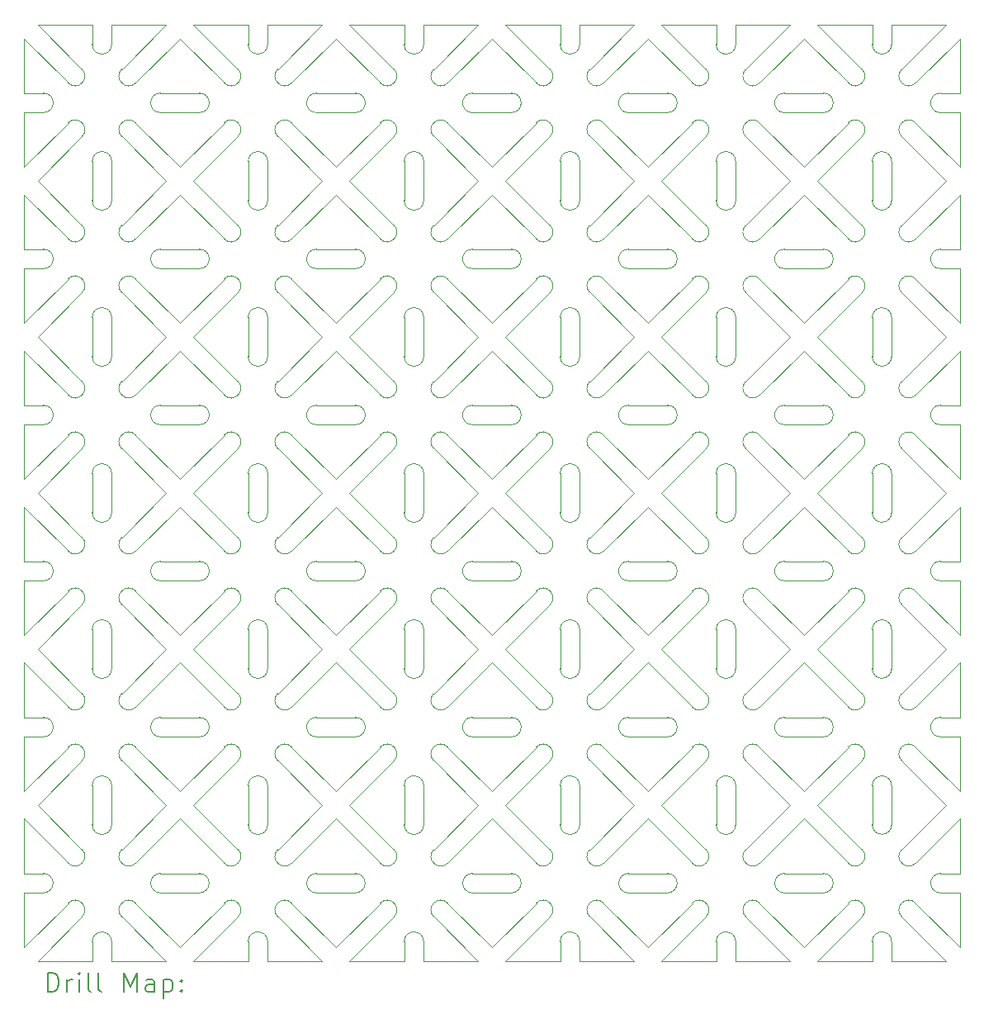
<source format=gbr>
%TF.GenerationSoftware,KiCad,Pcbnew,7.0.2*%
%TF.CreationDate,2023-11-05T16:37:23-05:00*%
%TF.ProjectId,PokerTips,506f6b65-7254-4697-9073-2e6b69636164,rev?*%
%TF.SameCoordinates,Original*%
%TF.FileFunction,Drillmap*%
%TF.FilePolarity,Positive*%
%FSLAX45Y45*%
G04 Gerber Fmt 4.5, Leading zero omitted, Abs format (unit mm)*
G04 Created by KiCad (PCBNEW 7.0.2) date 2023-11-05 16:37:23*
%MOMM*%
%LPD*%
G01*
G04 APERTURE LIST*
%ADD10C,0.100000*%
%ADD11C,0.200000*%
G04 APERTURE END LIST*
D10*
X6300000Y-5600000D02*
X6300000Y-5200000D01*
X7700000Y-5600000D02*
X7700000Y-5200000D01*
X10200000Y-10340000D02*
X10654289Y-10795711D01*
X12600000Y-11500000D02*
G75*
G03*
X12500000Y-11600000I0J-100000D01*
G01*
X11940000Y-10200000D02*
X12395711Y-10654289D01*
X5260000Y-3800000D02*
X4700000Y-3800000D01*
X10340000Y-7000000D02*
X10795711Y-6545711D01*
X12945711Y-8004289D02*
G75*
G03*
X12804289Y-8145711I-70711J-70711D01*
G01*
X9604289Y-4254289D02*
G75*
G03*
X9745711Y-4395711I70711J-70711D01*
G01*
X7140000Y-10200000D02*
X7595711Y-9745711D01*
X4500000Y-4000000D02*
X4500000Y-3800000D01*
X5854289Y-7595711D02*
G75*
G03*
X5995711Y-7454289I70711J70711D01*
G01*
X11100000Y-7200000D02*
X11100000Y-6800000D01*
X5200000Y-10900000D02*
X5600000Y-10900000D01*
X6545711Y-8004289D02*
G75*
G03*
X6404289Y-8145711I-70711J-70711D01*
G01*
X13400000Y-6300000D02*
X13400000Y-6860000D01*
X8800000Y-12700000D02*
G75*
G03*
X8900000Y-12600000I0J100000D01*
G01*
X7454289Y-9195711D02*
G75*
G03*
X7595711Y-9054289I70711J70711D01*
G01*
X13400000Y-12700000D02*
X13400000Y-13260000D01*
X12500000Y-7200000D02*
X12500000Y-6800000D01*
X13400000Y-6860000D02*
X12945711Y-6404289D01*
X13400000Y-12700000D02*
X13200000Y-12700000D01*
X7000000Y-11940000D02*
X6545711Y-12395711D01*
X11100000Y-10000000D02*
G75*
G03*
X10900000Y-10000000I-100000J0D01*
G01*
X10000000Y-9300000D02*
X10400000Y-9300000D01*
X10200000Y-5260000D02*
X10654289Y-4804289D01*
X11800000Y-10340000D02*
X12254289Y-10795711D01*
X6800000Y-4500000D02*
X7200000Y-4500000D01*
X7140000Y-7000000D02*
X7595711Y-6545711D01*
X4500000Y-12000000D02*
X4500000Y-11600000D01*
X4804289Y-12254289D02*
G75*
G03*
X4945711Y-12395711I70711J-70711D01*
G01*
X4945711Y-12804289D02*
G75*
G03*
X4804289Y-12945711I-70711J-70711D01*
G01*
X10400000Y-11100000D02*
G75*
G03*
X10400000Y-10900000I0J100000D01*
G01*
X3800000Y-10340000D02*
X4254289Y-10795711D01*
X4804289Y-10654289D02*
G75*
G03*
X4945711Y-10795711I70711J-70711D01*
G01*
X5200000Y-7900000D02*
X5600000Y-7900000D01*
X8004289Y-7454289D02*
G75*
G03*
X8145711Y-7595711I70711J-70711D01*
G01*
X7140000Y-11800000D02*
X7595711Y-12254289D01*
X11800000Y-6860000D02*
X11345711Y-6404289D01*
X8600000Y-10340000D02*
X9054289Y-10795711D01*
X8300000Y-12600000D02*
G75*
G03*
X8400000Y-12700000I100000J0D01*
G01*
X9300000Y-12000000D02*
X9300000Y-11600000D01*
X12000000Y-12700000D02*
G75*
G03*
X12100000Y-12600000I0J100000D01*
G01*
X13260000Y-10200000D02*
X12804289Y-9745711D01*
X8600000Y-11660000D02*
X9054289Y-11204289D01*
X11940000Y-5400000D02*
X12395711Y-4945711D01*
X5400000Y-11660000D02*
X5854289Y-11204289D01*
X12395711Y-9745711D02*
G75*
G03*
X12254289Y-9604289I-70711J70711D01*
G01*
X12804289Y-7454289D02*
G75*
G03*
X12945711Y-7595711I70711J-70711D01*
G01*
X11345711Y-11204289D02*
G75*
G03*
X11204289Y-11345711I-70711J-70711D01*
G01*
X6800000Y-12500000D02*
G75*
G03*
X6700000Y-12600000I0J-100000D01*
G01*
X9300000Y-4000000D02*
G75*
G03*
X9500000Y-4000000I100000J0D01*
G01*
X5400000Y-8460000D02*
X5854289Y-8004289D01*
X8600000Y-8460000D02*
X8145711Y-8004289D01*
X11800000Y-6860000D02*
X12254289Y-6404289D01*
X11345711Y-9604289D02*
G75*
G03*
X11204289Y-9745711I-70711J-70711D01*
G01*
X3800000Y-3940000D02*
X4254289Y-4395711D01*
X3800000Y-8460000D02*
X4254289Y-8004289D01*
X6860000Y-10200000D02*
X6404289Y-9745711D01*
X6800000Y-11100000D02*
X7200000Y-11100000D01*
X4395711Y-4945711D02*
G75*
G03*
X4254289Y-4804289I-70711J70711D01*
G01*
X13260000Y-7000000D02*
X12804289Y-7454289D01*
X5540000Y-8600000D02*
X5995711Y-9054289D01*
X12500000Y-7200000D02*
G75*
G03*
X12600000Y-7300000I100000J0D01*
G01*
X7200000Y-12700000D02*
X6800000Y-12700000D01*
X7700000Y-4000000D02*
G75*
G03*
X7900000Y-4000000I100000J0D01*
G01*
X5995711Y-8145711D02*
G75*
G03*
X5854289Y-8004289I-70711J70711D01*
G01*
X10900000Y-10400000D02*
G75*
G03*
X11100000Y-10400000I100000J0D01*
G01*
X13260000Y-8600000D02*
X12804289Y-8145711D01*
X5260000Y-8600000D02*
X4804289Y-8145711D01*
X9300000Y-13200000D02*
X9300000Y-13400000D01*
X5854289Y-10795711D02*
G75*
G03*
X5995711Y-10654289I70711J70711D01*
G01*
X13400000Y-5540000D02*
X13400000Y-6100000D01*
X11660000Y-3800000D02*
X11100000Y-3800000D01*
X11800000Y-3940000D02*
X11345711Y-4395711D01*
X10340000Y-10200000D02*
X10795711Y-10654289D01*
X8600000Y-6860000D02*
X8145711Y-6404289D01*
X5400000Y-10060000D02*
X4945711Y-9604289D01*
X11600000Y-4700000D02*
X12000000Y-4700000D01*
X8800000Y-11100000D02*
G75*
G03*
X8800000Y-10900000I0J100000D01*
G01*
X11600000Y-12500000D02*
G75*
G03*
X11500000Y-12600000I0J-100000D01*
G01*
X11940000Y-8600000D02*
X12395711Y-9054289D01*
X13260000Y-11800000D02*
X12804289Y-11345711D01*
X5200000Y-12500000D02*
X5600000Y-12500000D01*
X12000000Y-6300000D02*
G75*
G03*
X12000000Y-6100000I0J100000D01*
G01*
X8400000Y-6300000D02*
X8800000Y-6300000D01*
X11660000Y-7000000D02*
X11204289Y-7454289D01*
X6545711Y-11204289D02*
G75*
G03*
X6404289Y-11345711I-70711J-70711D01*
G01*
X4945711Y-11204289D02*
G75*
G03*
X4804289Y-11345711I-70711J-70711D01*
G01*
X5200000Y-6100000D02*
G75*
G03*
X5200000Y-6300000I0J-100000D01*
G01*
X11800000Y-11660000D02*
X12254289Y-11204289D01*
X4500000Y-4000000D02*
G75*
G03*
X4700000Y-4000000I100000J0D01*
G01*
X8600000Y-13260000D02*
X8145711Y-12804289D01*
X4700000Y-8400000D02*
G75*
G03*
X4500000Y-8400000I-100000J0D01*
G01*
X8460000Y-13400000D02*
X8004289Y-12945711D01*
X7140000Y-11800000D02*
X7595711Y-11345711D01*
X5540000Y-11800000D02*
X5995711Y-11345711D01*
X9900000Y-12600000D02*
G75*
G03*
X10000000Y-12700000I100000J0D01*
G01*
X6404289Y-9054289D02*
G75*
G03*
X6545711Y-9195711I70711J-70711D01*
G01*
X8400000Y-12500000D02*
X8800000Y-12500000D01*
X10200000Y-11940000D02*
X9745711Y-12395711D01*
X3940000Y-7000000D02*
X4395711Y-7454289D01*
X6860000Y-10200000D02*
X6404289Y-10654289D01*
X3800000Y-7140000D02*
X4254289Y-7595711D01*
X13260000Y-3800000D02*
X12804289Y-4254289D01*
X4395711Y-11345711D02*
G75*
G03*
X4254289Y-11204289I-70711J70711D01*
G01*
X6860000Y-5400000D02*
X6404289Y-5854289D01*
X10795711Y-11345711D02*
G75*
G03*
X10654289Y-11204289I-70711J70711D01*
G01*
X8600000Y-10060000D02*
X8145711Y-9604289D01*
X10340000Y-7000000D02*
X10795711Y-7454289D01*
X4945711Y-6404289D02*
G75*
G03*
X4804289Y-6545711I-70711J-70711D01*
G01*
X8600000Y-7140000D02*
X9054289Y-7595711D01*
X7000000Y-11660000D02*
X7454289Y-11204289D01*
X12700000Y-8400000D02*
G75*
G03*
X12600000Y-8300000I-100000J0D01*
G01*
X8460000Y-11800000D02*
X8004289Y-11345711D01*
X11600000Y-9300000D02*
X12000000Y-9300000D01*
X11800000Y-10060000D02*
X11345711Y-9604289D01*
X8600000Y-13260000D02*
X9054289Y-12804289D01*
X13400000Y-9500000D02*
X13400000Y-10060000D01*
X9500000Y-5200000D02*
G75*
G03*
X9300000Y-5200000I-100000J0D01*
G01*
X6860000Y-5400000D02*
X6404289Y-4945711D01*
X3940000Y-8600000D02*
X4395711Y-8145711D01*
X5400000Y-11660000D02*
X4945711Y-11204289D01*
X13400000Y-10900000D02*
X13200000Y-10900000D01*
X7000000Y-5540000D02*
X7454289Y-5995711D01*
X5400000Y-13260000D02*
X5854289Y-12804289D01*
X9500000Y-5600000D02*
X9500000Y-5200000D01*
X11940000Y-8600000D02*
X12395711Y-8145711D01*
X8600000Y-11940000D02*
X9054289Y-12395711D01*
X7900000Y-8800000D02*
X7900000Y-8400000D01*
X7000000Y-8460000D02*
X6545711Y-8004289D01*
X10340000Y-13400000D02*
X10795711Y-12945711D01*
X7000000Y-13260000D02*
X6545711Y-12804289D01*
X6800000Y-9300000D02*
G75*
G03*
X6800000Y-9500000I0J-100000D01*
G01*
X13400000Y-9300000D02*
X13200000Y-9300000D01*
X11345711Y-8004289D02*
G75*
G03*
X11204289Y-8145711I-70711J-70711D01*
G01*
X3800000Y-7900000D02*
X4000000Y-7900000D01*
X13400000Y-4500000D02*
X13200000Y-4500000D01*
X11600000Y-7700000D02*
X12000000Y-7700000D01*
X13260000Y-7000000D02*
X12804289Y-6545711D01*
X7595711Y-9745711D02*
G75*
G03*
X7454289Y-9604289I-70711J70711D01*
G01*
X11800000Y-10060000D02*
X12254289Y-9604289D01*
X5200000Y-9300000D02*
X5600000Y-9300000D01*
X10060000Y-3800000D02*
X9500000Y-3800000D01*
X4804289Y-5854289D02*
G75*
G03*
X4945711Y-5995711I70711J-70711D01*
G01*
X7595711Y-11345711D02*
G75*
G03*
X7454289Y-11204289I-70711J70711D01*
G01*
X11660000Y-8600000D02*
X11204289Y-8145711D01*
X8740000Y-3800000D02*
X9195711Y-4254289D01*
X12500000Y-5600000D02*
G75*
G03*
X12600000Y-5700000I100000J0D01*
G01*
X5260000Y-11800000D02*
X4804289Y-12254289D01*
X5400000Y-10340000D02*
X4945711Y-10795711D01*
X13260000Y-5400000D02*
X12804289Y-5854289D01*
X5200000Y-4500000D02*
G75*
G03*
X5200000Y-4700000I0J-100000D01*
G01*
X3800000Y-11660000D02*
X4254289Y-11204289D01*
X12000000Y-11100000D02*
G75*
G03*
X12000000Y-10900000I0J100000D01*
G01*
X10400000Y-12700000D02*
X10000000Y-12700000D01*
X7700000Y-8800000D02*
G75*
G03*
X7900000Y-8800000I100000J0D01*
G01*
X6404289Y-7454289D02*
G75*
G03*
X6545711Y-7595711I70711J-70711D01*
G01*
X8460000Y-8600000D02*
X8004289Y-8145711D01*
X4700000Y-5600000D02*
X4700000Y-5200000D01*
X7900000Y-11600000D02*
G75*
G03*
X7700000Y-11600000I-100000J0D01*
G01*
X6800000Y-10900000D02*
G75*
G03*
X6800000Y-11100000I0J-100000D01*
G01*
X10000000Y-6300000D02*
X10400000Y-6300000D01*
X13400000Y-5260000D02*
X12945711Y-4804289D01*
X4500000Y-13400000D02*
X3940000Y-13400000D01*
X6860000Y-8600000D02*
X6404289Y-8145711D01*
X6100000Y-10400000D02*
X6100000Y-10000000D01*
X7700000Y-13400000D02*
X7140000Y-13400000D01*
X12500000Y-10400000D02*
X12500000Y-10000000D01*
X5200000Y-4700000D02*
X5600000Y-4700000D01*
X12500000Y-8800000D02*
G75*
G03*
X12600000Y-8900000I100000J0D01*
G01*
X3800000Y-6860000D02*
X4254289Y-6404289D01*
X7900000Y-12000000D02*
X7900000Y-11600000D01*
X13400000Y-11940000D02*
X13400000Y-12500000D01*
X5540000Y-3800000D02*
X5995711Y-4254289D01*
X5995711Y-12945711D02*
G75*
G03*
X5854289Y-12804289I-70711J70711D01*
G01*
X8145711Y-12804289D02*
G75*
G03*
X8004289Y-12945711I-70711J-70711D01*
G01*
X13400000Y-11940000D02*
X12945711Y-12395711D01*
X5260000Y-13400000D02*
X4804289Y-12945711D01*
X8740000Y-8600000D02*
X9195711Y-8145711D01*
X10900000Y-12000000D02*
G75*
G03*
X11100000Y-12000000I100000J0D01*
G01*
X4700000Y-4000000D02*
X4700000Y-3800000D01*
X9300000Y-8800000D02*
X9300000Y-8400000D01*
X13400000Y-7140000D02*
X13400000Y-7700000D01*
X8400000Y-9500000D02*
X8800000Y-9500000D01*
X10200000Y-6860000D02*
X10654289Y-6404289D01*
X3800000Y-5540000D02*
X4254289Y-5995711D01*
X7140000Y-13400000D02*
X7595711Y-12945711D01*
X9300000Y-5600000D02*
G75*
G03*
X9500000Y-5600000I100000J0D01*
G01*
X6545711Y-6404289D02*
G75*
G03*
X6404289Y-6545711I-70711J-70711D01*
G01*
X4254289Y-5995711D02*
G75*
G03*
X4395711Y-5854289I70711J70711D01*
G01*
X7454289Y-7595711D02*
G75*
G03*
X7595711Y-7454289I70711J70711D01*
G01*
X7595711Y-6545711D02*
G75*
G03*
X7454289Y-6404289I-70711J70711D01*
G01*
X6860000Y-3800000D02*
X6300000Y-3800000D01*
X4500000Y-7200000D02*
X4500000Y-6800000D01*
X8400000Y-7900000D02*
X8800000Y-7900000D01*
X3800000Y-10060000D02*
X3800000Y-9500000D01*
X9054289Y-9195711D02*
G75*
G03*
X9195711Y-9054289I70711J70711D01*
G01*
X11800000Y-8460000D02*
X12254289Y-8004289D01*
X6800000Y-9300000D02*
X7200000Y-9300000D01*
X5200000Y-6300000D02*
X5600000Y-6300000D01*
X6300000Y-6800000D02*
G75*
G03*
X6100000Y-6800000I-100000J0D01*
G01*
X7000000Y-7140000D02*
X6545711Y-7595711D01*
X12945711Y-4804289D02*
G75*
G03*
X12804289Y-4945711I-70711J-70711D01*
G01*
X8600000Y-10340000D02*
X8145711Y-10795711D01*
X12600000Y-8300000D02*
G75*
G03*
X12500000Y-8400000I0J-100000D01*
G01*
X10200000Y-8740000D02*
X10654289Y-9195711D01*
X9604289Y-5854289D02*
G75*
G03*
X9745711Y-5995711I70711J-70711D01*
G01*
X3940000Y-13400000D02*
X4395711Y-12945711D01*
X13400000Y-10340000D02*
X12945711Y-10795711D01*
X5700000Y-12600000D02*
G75*
G03*
X5600000Y-12500000I-100000J0D01*
G01*
X9745711Y-11204289D02*
G75*
G03*
X9604289Y-11345711I-70711J-70711D01*
G01*
X4500000Y-8800000D02*
G75*
G03*
X4700000Y-8800000I100000J0D01*
G01*
X5200000Y-12500000D02*
G75*
G03*
X5100000Y-12600000I0J-100000D01*
G01*
X5260000Y-5400000D02*
X4804289Y-4945711D01*
X5200000Y-7700000D02*
G75*
G03*
X5200000Y-7900000I0J-100000D01*
G01*
X3800000Y-5260000D02*
X3800000Y-4700000D01*
X6100000Y-13200000D02*
X6100000Y-13400000D01*
X13400000Y-3940000D02*
X13400000Y-4500000D01*
X7900000Y-13200000D02*
G75*
G03*
X7700000Y-13200000I-100000J0D01*
G01*
X5260000Y-10200000D02*
X4804289Y-9745711D01*
X5854289Y-4395711D02*
G75*
G03*
X5995711Y-4254289I70711J70711D01*
G01*
X12000000Y-7900000D02*
G75*
G03*
X12000000Y-7700000I0J100000D01*
G01*
X5600000Y-9500000D02*
G75*
G03*
X5600000Y-9300000I0J100000D01*
G01*
X5400000Y-8740000D02*
X4945711Y-9195711D01*
X4804289Y-9054289D02*
G75*
G03*
X4945711Y-9195711I70711J-70711D01*
G01*
X4700000Y-5200000D02*
G75*
G03*
X4500000Y-5200000I-100000J0D01*
G01*
X5200000Y-6100000D02*
X5600000Y-6100000D01*
X13400000Y-10340000D02*
X13400000Y-10900000D01*
X5260000Y-3800000D02*
X4804289Y-4254289D01*
X7000000Y-6860000D02*
X7454289Y-6404289D01*
X10200000Y-11660000D02*
X10654289Y-11204289D01*
X3800000Y-6300000D02*
X4000000Y-6300000D01*
X11600000Y-9300000D02*
G75*
G03*
X11600000Y-9500000I0J-100000D01*
G01*
X13400000Y-6300000D02*
X13200000Y-6300000D01*
X5400000Y-7140000D02*
X5854289Y-7595711D01*
X11800000Y-5260000D02*
X12254289Y-4804289D01*
X3800000Y-7700000D02*
X3800000Y-7140000D01*
X5400000Y-11940000D02*
X5854289Y-12395711D01*
X8004289Y-9054289D02*
G75*
G03*
X8145711Y-9195711I70711J-70711D01*
G01*
X11800000Y-8740000D02*
X12254289Y-9195711D01*
X13400000Y-4700000D02*
X13400000Y-5260000D01*
X11800000Y-5260000D02*
X11345711Y-4804289D01*
X10060000Y-7000000D02*
X9604289Y-7454289D01*
X9500000Y-11600000D02*
G75*
G03*
X9300000Y-11600000I-100000J0D01*
G01*
X12500000Y-12000000D02*
X12500000Y-11600000D01*
X13400000Y-8740000D02*
X12945711Y-9195711D01*
X6404289Y-4254289D02*
G75*
G03*
X6545711Y-4395711I70711J-70711D01*
G01*
X8800000Y-9500000D02*
G75*
G03*
X8800000Y-9300000I0J100000D01*
G01*
X8740000Y-10200000D02*
X9195711Y-10654289D01*
X5100000Y-12600000D02*
G75*
G03*
X5200000Y-12700000I100000J0D01*
G01*
X11660000Y-5400000D02*
X11204289Y-5854289D01*
X13200000Y-7700000D02*
G75*
G03*
X13200000Y-7900000I0J-100000D01*
G01*
X8460000Y-10200000D02*
X8004289Y-9745711D01*
X11600000Y-7900000D02*
X12000000Y-7900000D01*
X4000000Y-4700000D02*
G75*
G03*
X4000000Y-4500000I0J100000D01*
G01*
X10900000Y-5600000D02*
X10900000Y-5200000D01*
X5400000Y-3940000D02*
X4945711Y-4395711D01*
X7000000Y-8740000D02*
X7454289Y-9195711D01*
X6800000Y-12500000D02*
X7200000Y-12500000D01*
X10900000Y-7200000D02*
X10900000Y-6800000D01*
X8740000Y-7000000D02*
X9195711Y-6545711D01*
X7900000Y-8400000D02*
G75*
G03*
X7700000Y-8400000I-100000J0D01*
G01*
X8600000Y-8460000D02*
X9054289Y-8004289D01*
X11100000Y-5600000D02*
X11100000Y-5200000D01*
X6800000Y-10900000D02*
X7200000Y-10900000D01*
X9500000Y-8400000D02*
G75*
G03*
X9300000Y-8400000I-100000J0D01*
G01*
X10654289Y-4395711D02*
G75*
G03*
X10795711Y-4254289I70711J70711D01*
G01*
X3800000Y-12500000D02*
X3800000Y-11940000D01*
X10200000Y-10060000D02*
X10654289Y-9604289D01*
X8004289Y-10654289D02*
G75*
G03*
X8145711Y-10795711I70711J-70711D01*
G01*
X4254289Y-4395711D02*
G75*
G03*
X4395711Y-4254289I70711J70711D01*
G01*
X7000000Y-5260000D02*
X6545711Y-4804289D01*
X10060000Y-8600000D02*
X9604289Y-8145711D01*
X8460000Y-7000000D02*
X8004289Y-6545711D01*
X9054289Y-7595711D02*
G75*
G03*
X9195711Y-7454289I70711J70711D01*
G01*
X8740000Y-5400000D02*
X9195711Y-5854289D01*
X4945711Y-4804289D02*
G75*
G03*
X4804289Y-4945711I-70711J-70711D01*
G01*
X12500000Y-13400000D02*
X11940000Y-13400000D01*
X9195711Y-4945711D02*
G75*
G03*
X9054289Y-4804289I-70711J70711D01*
G01*
X4500000Y-12000000D02*
G75*
G03*
X4700000Y-12000000I100000J0D01*
G01*
X8400000Y-9300000D02*
X8800000Y-9300000D01*
X12804289Y-10654289D02*
G75*
G03*
X12945711Y-10795711I70711J-70711D01*
G01*
X10900000Y-3800000D02*
X10340000Y-3800000D01*
X8600000Y-3940000D02*
X9054289Y-4395711D01*
X12395711Y-11345711D02*
G75*
G03*
X12254289Y-11204289I-70711J70711D01*
G01*
X11600000Y-11100000D02*
X12000000Y-11100000D01*
X10900000Y-10400000D02*
X10900000Y-10000000D01*
X9500000Y-7200000D02*
X9500000Y-6800000D01*
X4500000Y-13400000D02*
X4500000Y-13200000D01*
X10000000Y-4500000D02*
X10400000Y-4500000D01*
X10060000Y-5400000D02*
X9604289Y-4945711D01*
X3800000Y-6860000D02*
X3800000Y-6300000D01*
X8004289Y-4254289D02*
G75*
G03*
X8145711Y-4395711I70711J-70711D01*
G01*
X13260000Y-8600000D02*
X12804289Y-9054289D01*
X3800000Y-9500000D02*
X4000000Y-9500000D01*
X13260000Y-13400000D02*
X12804289Y-12945711D01*
X11100000Y-5200000D02*
G75*
G03*
X10900000Y-5200000I-100000J0D01*
G01*
X7900000Y-7200000D02*
X7900000Y-6800000D01*
X10900000Y-4000000D02*
G75*
G03*
X11100000Y-4000000I100000J0D01*
G01*
X10000000Y-10900000D02*
G75*
G03*
X10000000Y-11100000I0J-100000D01*
G01*
X6300000Y-11600000D02*
G75*
G03*
X6100000Y-11600000I-100000J0D01*
G01*
X9300000Y-8800000D02*
G75*
G03*
X9500000Y-8800000I100000J0D01*
G01*
X5400000Y-13260000D02*
X4945711Y-12804289D01*
X7700000Y-13200000D02*
X7700000Y-13400000D01*
X6300000Y-7200000D02*
X6300000Y-6800000D01*
X9054289Y-12395711D02*
G75*
G03*
X9195711Y-12254289I70711J70711D01*
G01*
X12945711Y-11204289D02*
G75*
G03*
X12804289Y-11345711I-70711J-70711D01*
G01*
X9195711Y-11345711D02*
G75*
G03*
X9054289Y-11204289I-70711J70711D01*
G01*
X5600000Y-4700000D02*
G75*
G03*
X5600000Y-4500000I0J100000D01*
G01*
X6800000Y-7700000D02*
X7200000Y-7700000D01*
X7700000Y-4000000D02*
X7700000Y-3800000D01*
X10060000Y-13400000D02*
X9500000Y-13400000D01*
X11940000Y-10200000D02*
X12395711Y-9745711D01*
X10060000Y-8600000D02*
X9604289Y-9054289D01*
X4700000Y-11600000D02*
G75*
G03*
X4500000Y-11600000I-100000J0D01*
G01*
X9195711Y-6545711D02*
G75*
G03*
X9054289Y-6404289I-70711J70711D01*
G01*
X4600000Y-13100000D02*
G75*
G03*
X4500000Y-13200000I0J-100000D01*
G01*
X10060000Y-10200000D02*
X9604289Y-10654289D01*
X12600000Y-9900000D02*
G75*
G03*
X12500000Y-10000000I0J-100000D01*
G01*
X6100000Y-12000000D02*
X6100000Y-11600000D01*
X10400000Y-7900000D02*
G75*
G03*
X10400000Y-7700000I0J100000D01*
G01*
X11100000Y-12000000D02*
X11100000Y-11600000D01*
X13200000Y-6100000D02*
G75*
G03*
X13200000Y-6300000I0J-100000D01*
G01*
X3800000Y-8740000D02*
X4254289Y-9195711D01*
X9500000Y-4000000D02*
X9500000Y-3800000D01*
X4000000Y-6300000D02*
G75*
G03*
X4000000Y-6100000I0J100000D01*
G01*
X10900000Y-13200000D02*
X10900000Y-13400000D01*
X11600000Y-10900000D02*
G75*
G03*
X11600000Y-11100000I0J-100000D01*
G01*
X8600000Y-3940000D02*
X8145711Y-4395711D01*
X3940000Y-11800000D02*
X4395711Y-11345711D01*
X6800000Y-7900000D02*
X7200000Y-7900000D01*
X11345711Y-12804289D02*
G75*
G03*
X11204289Y-12945711I-70711J-70711D01*
G01*
X13260000Y-13400000D02*
X12700000Y-13400000D01*
X6860000Y-13400000D02*
X6300000Y-13400000D01*
X8600000Y-5260000D02*
X8145711Y-4804289D01*
X7000000Y-11940000D02*
X7454289Y-12395711D01*
X11660000Y-5400000D02*
X11204289Y-4945711D01*
X6860000Y-7000000D02*
X6404289Y-7454289D01*
X6860000Y-7000000D02*
X6404289Y-6545711D01*
X3800000Y-7700000D02*
X4000000Y-7700000D01*
X6404289Y-12254289D02*
G75*
G03*
X6545711Y-12395711I70711J-70711D01*
G01*
X7000000Y-13260000D02*
X7454289Y-12804289D01*
X13260000Y-3800000D02*
X12700000Y-3800000D01*
X12804289Y-9054289D02*
G75*
G03*
X12945711Y-9195711I70711J-70711D01*
G01*
X5260000Y-8600000D02*
X4804289Y-9054289D01*
X13400000Y-9500000D02*
X13200000Y-9500000D01*
X12600000Y-12100000D02*
G75*
G03*
X12700000Y-12000000I0J100000D01*
G01*
X5540000Y-10200000D02*
X5995711Y-10654289D01*
X12500000Y-4000000D02*
G75*
G03*
X12600000Y-4100000I100000J0D01*
G01*
X5200000Y-10900000D02*
G75*
G03*
X5200000Y-11100000I0J-100000D01*
G01*
X12254289Y-5995711D02*
G75*
G03*
X12395711Y-5854289I70711J70711D01*
G01*
X8400000Y-12500000D02*
G75*
G03*
X8300000Y-12600000I0J-100000D01*
G01*
X3940000Y-10200000D02*
X4395711Y-9745711D01*
X4000000Y-7900000D02*
G75*
G03*
X4000000Y-7700000I0J100000D01*
G01*
X8460000Y-10200000D02*
X8004289Y-10654289D01*
X8600000Y-5260000D02*
X9054289Y-4804289D01*
X10340000Y-8600000D02*
X10795711Y-9054289D01*
X4700000Y-10400000D02*
X4700000Y-10000000D01*
X5260000Y-7000000D02*
X4804289Y-7454289D01*
X8460000Y-3800000D02*
X8004289Y-4254289D01*
X11660000Y-10200000D02*
X11204289Y-10654289D01*
X6800000Y-7700000D02*
G75*
G03*
X6800000Y-7900000I0J-100000D01*
G01*
X5260000Y-7000000D02*
X4804289Y-6545711D01*
X6100000Y-4000000D02*
G75*
G03*
X6300000Y-4000000I100000J0D01*
G01*
X7200000Y-4700000D02*
G75*
G03*
X7200000Y-4500000I0J100000D01*
G01*
X8004289Y-12254289D02*
G75*
G03*
X8145711Y-12395711I70711J-70711D01*
G01*
X12700000Y-3800000D02*
X12700000Y-4000000D01*
X3800000Y-12700000D02*
X4000000Y-12700000D01*
X6300000Y-13200000D02*
X6300000Y-13400000D01*
X6300000Y-5200000D02*
G75*
G03*
X6100000Y-5200000I-100000J0D01*
G01*
X10200000Y-8740000D02*
X9745711Y-9195711D01*
X12804289Y-5854289D02*
G75*
G03*
X12945711Y-5995711I70711J-70711D01*
G01*
X8460000Y-7000000D02*
X8004289Y-7454289D01*
X10654289Y-9195711D02*
G75*
G03*
X10795711Y-9054289I70711J70711D01*
G01*
X13400000Y-11100000D02*
X13400000Y-11660000D01*
X7140000Y-8600000D02*
X7595711Y-9054289D01*
X7700000Y-10400000D02*
G75*
G03*
X7900000Y-10400000I100000J0D01*
G01*
X6100000Y-4000000D02*
X6100000Y-3800000D01*
X12700000Y-8400000D02*
X12700000Y-8800000D01*
X8900000Y-12600000D02*
G75*
G03*
X8800000Y-12500000I-100000J0D01*
G01*
X3800000Y-10900000D02*
X3800000Y-10340000D01*
X8600000Y-10060000D02*
X9054289Y-9604289D01*
X11100000Y-13200000D02*
G75*
G03*
X10900000Y-13200000I-100000J0D01*
G01*
X7900000Y-10400000D02*
X7900000Y-10000000D01*
X13400000Y-13260000D02*
X12945711Y-12804289D01*
X11940000Y-5400000D02*
X12395711Y-5854289D01*
X12945711Y-9604289D02*
G75*
G03*
X12804289Y-9745711I-70711J-70711D01*
G01*
X5995711Y-11345711D02*
G75*
G03*
X5854289Y-11204289I-70711J70711D01*
G01*
X11660000Y-13400000D02*
X11204289Y-12945711D01*
X6860000Y-11800000D02*
X6404289Y-11345711D01*
X6800000Y-4700000D02*
X7200000Y-4700000D01*
X11204289Y-10654289D02*
G75*
G03*
X11345711Y-10795711I70711J-70711D01*
G01*
X9300000Y-13400000D02*
X8740000Y-13400000D01*
X7000000Y-3940000D02*
X6545711Y-4395711D01*
X3800000Y-13260000D02*
X3800000Y-12700000D01*
X13400000Y-8460000D02*
X12945711Y-8004289D01*
X12700000Y-5200000D02*
G75*
G03*
X12600000Y-5100000I-100000J0D01*
G01*
X6404289Y-10654289D02*
G75*
G03*
X6545711Y-10795711I70711J-70711D01*
G01*
X3800000Y-11940000D02*
X4254289Y-12395711D01*
X7000000Y-5540000D02*
X6545711Y-5995711D01*
X9500000Y-10000000D02*
G75*
G03*
X9300000Y-10000000I-100000J0D01*
G01*
X11800000Y-10340000D02*
X11345711Y-10795711D01*
X4700000Y-13200000D02*
X4700000Y-13400000D01*
X5400000Y-6860000D02*
X5854289Y-6404289D01*
X8460000Y-13400000D02*
X7900000Y-13400000D01*
X4395711Y-6545711D02*
G75*
G03*
X4254289Y-6404289I-70711J70711D01*
G01*
X5260000Y-10200000D02*
X4804289Y-10654289D01*
X12600000Y-5100000D02*
G75*
G03*
X12500000Y-5200000I0J-100000D01*
G01*
X11204289Y-9054289D02*
G75*
G03*
X11345711Y-9195711I70711J-70711D01*
G01*
X3800000Y-10060000D02*
X4254289Y-9604289D01*
X5540000Y-13400000D02*
X5995711Y-12945711D01*
X6545711Y-9604289D02*
G75*
G03*
X6404289Y-9745711I-70711J-70711D01*
G01*
X4945711Y-9604289D02*
G75*
G03*
X4804289Y-9745711I-70711J-70711D01*
G01*
X9500000Y-12000000D02*
X9500000Y-11600000D01*
X12600000Y-5700000D02*
G75*
G03*
X12700000Y-5600000I0J100000D01*
G01*
X7900000Y-13200000D02*
X7900000Y-13400000D01*
X7900000Y-10000000D02*
G75*
G03*
X7700000Y-10000000I-100000J0D01*
G01*
X12600000Y-8900000D02*
G75*
G03*
X12700000Y-8800000I0J100000D01*
G01*
X9604289Y-12254289D02*
G75*
G03*
X9745711Y-12395711I70711J-70711D01*
G01*
X12500000Y-13200000D02*
X12500000Y-13400000D01*
X5400000Y-7140000D02*
X4945711Y-7595711D01*
X5540000Y-10200000D02*
X5995711Y-9745711D01*
X11800000Y-8740000D02*
X11345711Y-9195711D01*
X6300000Y-12000000D02*
X6300000Y-11600000D01*
X10000000Y-7700000D02*
X10400000Y-7700000D01*
X12395711Y-8145711D02*
G75*
G03*
X12254289Y-8004289I-70711J70711D01*
G01*
X10200000Y-5540000D02*
X9745711Y-5995711D01*
X11800000Y-7140000D02*
X12254289Y-7595711D01*
X10200000Y-10060000D02*
X9745711Y-9604289D01*
X10340000Y-5400000D02*
X10795711Y-5854289D01*
X10340000Y-3800000D02*
X10795711Y-4254289D01*
X12395711Y-4945711D02*
G75*
G03*
X12254289Y-4804289I-70711J70711D01*
G01*
X3940000Y-10200000D02*
X4395711Y-10654289D01*
X9054289Y-10795711D02*
G75*
G03*
X9195711Y-10654289I70711J70711D01*
G01*
X11100000Y-13200000D02*
X11100000Y-13400000D01*
X10000000Y-7900000D02*
X10400000Y-7900000D01*
X11800000Y-11940000D02*
X12254289Y-12395711D01*
X11800000Y-5540000D02*
X12254289Y-5995711D01*
X8600000Y-7140000D02*
X8145711Y-7595711D01*
X11100000Y-11600000D02*
G75*
G03*
X10900000Y-11600000I-100000J0D01*
G01*
X11940000Y-11800000D02*
X12395711Y-11345711D01*
X8400000Y-4700000D02*
X8800000Y-4700000D01*
X12700000Y-13200000D02*
G75*
G03*
X12500000Y-13200000I-100000J0D01*
G01*
X13200000Y-12500000D02*
G75*
G03*
X13100000Y-12600000I0J-100000D01*
G01*
X11940000Y-13400000D02*
X12395711Y-12945711D01*
X8600000Y-5540000D02*
X9054289Y-5995711D01*
X7000000Y-10340000D02*
X6545711Y-10795711D01*
X7700000Y-7200000D02*
X7700000Y-6800000D01*
X11100000Y-4000000D02*
X11100000Y-3800000D01*
X11600000Y-6100000D02*
G75*
G03*
X11600000Y-6300000I0J-100000D01*
G01*
X5200000Y-11100000D02*
X5600000Y-11100000D01*
X6800000Y-6100000D02*
X7200000Y-6100000D01*
X5854289Y-12395711D02*
G75*
G03*
X5995711Y-12254289I70711J70711D01*
G01*
X11660000Y-10200000D02*
X11204289Y-9745711D01*
X5400000Y-10060000D02*
X5854289Y-9604289D01*
X13400000Y-7700000D02*
X13200000Y-7700000D01*
X5540000Y-5400000D02*
X5995711Y-4945711D01*
X9300000Y-12000000D02*
G75*
G03*
X9500000Y-12000000I100000J0D01*
G01*
X11600000Y-6300000D02*
X12000000Y-6300000D01*
X10000000Y-11100000D02*
X10400000Y-11100000D01*
X12700000Y-6800000D02*
G75*
G03*
X12600000Y-6700000I-100000J0D01*
G01*
X11600000Y-4500000D02*
G75*
G03*
X11600000Y-4700000I0J-100000D01*
G01*
X10060000Y-11800000D02*
X9604289Y-11345711D01*
X10060000Y-7000000D02*
X9604289Y-6545711D01*
X4700000Y-10000000D02*
G75*
G03*
X4500000Y-10000000I-100000J0D01*
G01*
X12700000Y-11600000D02*
X12700000Y-12000000D01*
X7700000Y-5600000D02*
G75*
G03*
X7900000Y-5600000I100000J0D01*
G01*
X10340000Y-11800000D02*
X10795711Y-11345711D01*
X11800000Y-8460000D02*
X11345711Y-8004289D01*
X12600000Y-6700000D02*
G75*
G03*
X12500000Y-6800000I0J-100000D01*
G01*
X9195711Y-9745711D02*
G75*
G03*
X9054289Y-9604289I-70711J70711D01*
G01*
X3800000Y-9300000D02*
X3800000Y-8740000D01*
X4500000Y-5600000D02*
G75*
G03*
X4700000Y-5600000I100000J0D01*
G01*
X6100000Y-5600000D02*
X6100000Y-5200000D01*
X10200000Y-3940000D02*
X9745711Y-4395711D01*
X13400000Y-11100000D02*
X13200000Y-11100000D01*
X10060000Y-3800000D02*
X9604289Y-4254289D01*
X10000000Y-4700000D02*
X10400000Y-4700000D01*
X7000000Y-8460000D02*
X7454289Y-8004289D01*
X10900000Y-4000000D02*
X10900000Y-3800000D01*
X12000000Y-12700000D02*
X11600000Y-12700000D01*
X7000000Y-8740000D02*
X6545711Y-9195711D01*
X3800000Y-11660000D02*
X3800000Y-11100000D01*
X4700000Y-6800000D02*
G75*
G03*
X4500000Y-6800000I-100000J0D01*
G01*
X7000000Y-5260000D02*
X7454289Y-4804289D01*
X3800000Y-4500000D02*
X3800000Y-3940000D01*
X8460000Y-3800000D02*
X7900000Y-3800000D01*
X8004289Y-5854289D02*
G75*
G03*
X8145711Y-5995711I70711J-70711D01*
G01*
X12395711Y-6545711D02*
G75*
G03*
X12254289Y-6404289I-70711J70711D01*
G01*
X9500000Y-13200000D02*
G75*
G03*
X9300000Y-13200000I-100000J0D01*
G01*
X9195711Y-12945711D02*
G75*
G03*
X9054289Y-12804289I-70711J70711D01*
G01*
X3800000Y-5260000D02*
X4254289Y-4804289D01*
X7300000Y-12600000D02*
G75*
G03*
X7200000Y-12500000I-100000J0D01*
G01*
X6100000Y-8800000D02*
X6100000Y-8400000D01*
X7200000Y-7900000D02*
G75*
G03*
X7200000Y-7700000I0J100000D01*
G01*
X10900000Y-13400000D02*
X10340000Y-13400000D01*
X12945711Y-12804289D02*
G75*
G03*
X12804289Y-12945711I-70711J-70711D01*
G01*
X10340000Y-8600000D02*
X10795711Y-8145711D01*
X8600000Y-8740000D02*
X9054289Y-9195711D01*
X7200000Y-6300000D02*
G75*
G03*
X7200000Y-6100000I0J100000D01*
G01*
X8400000Y-7700000D02*
G75*
G03*
X8400000Y-7900000I0J-100000D01*
G01*
X11100000Y-10400000D02*
X11100000Y-10000000D01*
X6100000Y-10400000D02*
G75*
G03*
X6300000Y-10400000I100000J0D01*
G01*
X10400000Y-4700000D02*
G75*
G03*
X10400000Y-4500000I0J100000D01*
G01*
X10000000Y-10900000D02*
X10400000Y-10900000D01*
X4500000Y-10400000D02*
G75*
G03*
X4700000Y-10400000I100000J0D01*
G01*
X8740000Y-8600000D02*
X9195711Y-9054289D01*
X13400000Y-8740000D02*
X13400000Y-9300000D01*
X5540000Y-11800000D02*
X5995711Y-12254289D01*
X11660000Y-8600000D02*
X11204289Y-9054289D01*
X7595711Y-12945711D02*
G75*
G03*
X7454289Y-12804289I-70711J70711D01*
G01*
X12500000Y-4000000D02*
X12500000Y-3800000D01*
X8800000Y-12700000D02*
X8400000Y-12700000D01*
X10795711Y-8145711D02*
G75*
G03*
X10654289Y-8004289I-70711J70711D01*
G01*
X10200000Y-5540000D02*
X10654289Y-5995711D01*
X3940000Y-3800000D02*
X4395711Y-4254289D01*
X10000000Y-12500000D02*
X10400000Y-12500000D01*
X8740000Y-10200000D02*
X9195711Y-9745711D01*
X5400000Y-8740000D02*
X5854289Y-9195711D01*
X12500000Y-12000000D02*
G75*
G03*
X12600000Y-12100000I100000J0D01*
G01*
X4500000Y-10400000D02*
X4500000Y-10000000D01*
X8800000Y-4700000D02*
G75*
G03*
X8800000Y-4500000I0J100000D01*
G01*
X4395711Y-12945711D02*
G75*
G03*
X4254289Y-12804289I-70711J70711D01*
G01*
X10060000Y-13400000D02*
X9604289Y-12945711D01*
X6100000Y-8800000D02*
G75*
G03*
X6300000Y-8800000I100000J0D01*
G01*
X6300000Y-10400000D02*
X6300000Y-10000000D01*
X11600000Y-10900000D02*
X12000000Y-10900000D01*
X10654289Y-10795711D02*
G75*
G03*
X10795711Y-10654289I70711J70711D01*
G01*
X10200000Y-11660000D02*
X9745711Y-11204289D01*
X11204289Y-5854289D02*
G75*
G03*
X11345711Y-5995711I70711J-70711D01*
G01*
X9745711Y-6404289D02*
G75*
G03*
X9604289Y-6545711I-70711J-70711D01*
G01*
X12700000Y-5200000D02*
X12700000Y-5600000D01*
X5400000Y-11940000D02*
X4945711Y-12395711D01*
X11660000Y-7000000D02*
X11204289Y-6545711D01*
X4700000Y-12000000D02*
X4700000Y-11600000D01*
X6860000Y-3800000D02*
X6404289Y-4254289D01*
X10200000Y-3940000D02*
X10654289Y-4395711D01*
X7140000Y-3800000D02*
X7595711Y-4254289D01*
X12000000Y-4700000D02*
G75*
G03*
X12000000Y-4500000I0J100000D01*
G01*
X11600000Y-6100000D02*
X12000000Y-6100000D01*
X10200000Y-13260000D02*
X9745711Y-12804289D01*
X12700000Y-10000000D02*
G75*
G03*
X12600000Y-9900000I-100000J0D01*
G01*
X10900000Y-5600000D02*
G75*
G03*
X11100000Y-5600000I100000J0D01*
G01*
X8740000Y-7000000D02*
X9195711Y-7454289D01*
X10200000Y-6860000D02*
X9745711Y-6404289D01*
X5995711Y-6545711D02*
G75*
G03*
X5854289Y-6404289I-70711J70711D01*
G01*
X12600000Y-4100000D02*
G75*
G03*
X12700000Y-4000000I0J100000D01*
G01*
X12700000Y-13200000D02*
X12700000Y-13400000D01*
X7700000Y-10400000D02*
X7700000Y-10000000D01*
X6800000Y-6100000D02*
G75*
G03*
X6800000Y-6300000I0J-100000D01*
G01*
X10200000Y-7140000D02*
X9745711Y-7595711D01*
X7700000Y-12000000D02*
X7700000Y-11600000D01*
X10795711Y-12945711D02*
G75*
G03*
X10654289Y-12804289I-70711J70711D01*
G01*
X11100000Y-8400000D02*
G75*
G03*
X10900000Y-8400000I-100000J0D01*
G01*
X10000000Y-6100000D02*
G75*
G03*
X10000000Y-6300000I0J-100000D01*
G01*
X5400000Y-5540000D02*
X5854289Y-5995711D01*
X9745711Y-9604289D02*
G75*
G03*
X9604289Y-9745711I-70711J-70711D01*
G01*
X5540000Y-5400000D02*
X5995711Y-5854289D01*
X8400000Y-7700000D02*
X8800000Y-7700000D01*
X11660000Y-11800000D02*
X11204289Y-11345711D01*
X5995711Y-4945711D02*
G75*
G03*
X5854289Y-4804289I-70711J70711D01*
G01*
X10400000Y-9500000D02*
G75*
G03*
X10400000Y-9300000I0J100000D01*
G01*
X5400000Y-5260000D02*
X5854289Y-4804289D01*
X9300000Y-3800000D02*
X8740000Y-3800000D01*
X9054289Y-4395711D02*
G75*
G03*
X9195711Y-4254289I70711J70711D01*
G01*
X12500000Y-5600000D02*
X12500000Y-5200000D01*
X10200000Y-10340000D02*
X9745711Y-10795711D01*
X9054289Y-5995711D02*
G75*
G03*
X9195711Y-5854289I70711J70711D01*
G01*
X11500000Y-12600000D02*
G75*
G03*
X11600000Y-12700000I100000J0D01*
G01*
X8400000Y-10900000D02*
G75*
G03*
X8400000Y-11100000I0J-100000D01*
G01*
X4100000Y-12600000D02*
G75*
G03*
X4000000Y-12500000I-100000J0D01*
G01*
X9500000Y-8800000D02*
X9500000Y-8400000D01*
X7140000Y-10200000D02*
X7595711Y-10654289D01*
X11940000Y-7000000D02*
X12395711Y-6545711D01*
X8400000Y-6100000D02*
X8800000Y-6100000D01*
X11660000Y-11800000D02*
X11204289Y-12254289D01*
X8600000Y-11660000D02*
X8145711Y-11204289D01*
X10900000Y-12000000D02*
X10900000Y-11600000D01*
X5540000Y-7000000D02*
X5995711Y-6545711D01*
X7454289Y-10795711D02*
G75*
G03*
X7595711Y-10654289I70711J70711D01*
G01*
X3800000Y-11100000D02*
X4000000Y-11100000D01*
X8145711Y-4804289D02*
G75*
G03*
X8004289Y-4945711I-70711J-70711D01*
G01*
X7700000Y-3800000D02*
X7140000Y-3800000D01*
X11204289Y-4254289D02*
G75*
G03*
X11345711Y-4395711I70711J-70711D01*
G01*
X5200000Y-4500000D02*
X5600000Y-4500000D01*
X4000000Y-11100000D02*
G75*
G03*
X4000000Y-10900000I0J100000D01*
G01*
X11800000Y-13260000D02*
X11345711Y-12804289D01*
X10000000Y-12500000D02*
G75*
G03*
X9900000Y-12600000I0J-100000D01*
G01*
X10000000Y-9300000D02*
G75*
G03*
X10000000Y-9500000I0J-100000D01*
G01*
X10200000Y-5260000D02*
X9745711Y-4804289D01*
X11204289Y-7454289D02*
G75*
G03*
X11345711Y-7595711I70711J-70711D01*
G01*
X4254289Y-9195711D02*
G75*
G03*
X4395711Y-9054289I70711J70711D01*
G01*
X10200000Y-8460000D02*
X9745711Y-8004289D01*
X5400000Y-3940000D02*
X5854289Y-4395711D01*
X7454289Y-5995711D02*
G75*
G03*
X7595711Y-5854289I70711J70711D01*
G01*
X13400000Y-7900000D02*
X13200000Y-7900000D01*
X10000000Y-7700000D02*
G75*
G03*
X10000000Y-7900000I0J-100000D01*
G01*
X8740000Y-11800000D02*
X9195711Y-11345711D01*
X7000000Y-10340000D02*
X7454289Y-10795711D01*
X7140000Y-5400000D02*
X7595711Y-5854289D01*
X6100000Y-7200000D02*
G75*
G03*
X6300000Y-7200000I100000J0D01*
G01*
X10200000Y-13260000D02*
X10654289Y-12804289D01*
X6300000Y-13200000D02*
G75*
G03*
X6100000Y-13200000I-100000J0D01*
G01*
X13400000Y-11660000D02*
X12945711Y-11204289D01*
X7700000Y-12000000D02*
G75*
G03*
X7900000Y-12000000I100000J0D01*
G01*
X11940000Y-7000000D02*
X12395711Y-7454289D01*
X13400000Y-4700000D02*
X13200000Y-4700000D01*
X7200000Y-12700000D02*
G75*
G03*
X7300000Y-12600000I0J100000D01*
G01*
X3800000Y-8460000D02*
X3800000Y-7900000D01*
X7200000Y-11100000D02*
G75*
G03*
X7200000Y-10900000I0J100000D01*
G01*
X9500000Y-13200000D02*
X9500000Y-13400000D01*
X7140000Y-8600000D02*
X7595711Y-8145711D01*
X6860000Y-13400000D02*
X6404289Y-12945711D01*
X10654289Y-5995711D02*
G75*
G03*
X10795711Y-5854289I70711J70711D01*
G01*
X10200000Y-8460000D02*
X10654289Y-8004289D01*
X9300000Y-7200000D02*
G75*
G03*
X9500000Y-7200000I100000J0D01*
G01*
X13400000Y-10060000D02*
X12945711Y-9604289D01*
X8400000Y-6100000D02*
G75*
G03*
X8400000Y-6300000I0J-100000D01*
G01*
X12500000Y-10400000D02*
G75*
G03*
X12600000Y-10500000I100000J0D01*
G01*
X7900000Y-6800000D02*
G75*
G03*
X7700000Y-6800000I-100000J0D01*
G01*
X7454289Y-12395711D02*
G75*
G03*
X7595711Y-12254289I70711J70711D01*
G01*
X11345711Y-6404289D02*
G75*
G03*
X11204289Y-6545711I-70711J-70711D01*
G01*
X6100000Y-12000000D02*
G75*
G03*
X6300000Y-12000000I100000J0D01*
G01*
X9604289Y-10654289D02*
G75*
G03*
X9745711Y-10795711I70711J-70711D01*
G01*
X8460000Y-8600000D02*
X8004289Y-9054289D01*
X12395711Y-12945711D02*
G75*
G03*
X12254289Y-12804289I-70711J70711D01*
G01*
X7000000Y-3940000D02*
X7454289Y-4395711D01*
X5400000Y-5260000D02*
X4945711Y-4804289D01*
X10340000Y-11800000D02*
X10795711Y-12254289D01*
X11800000Y-5540000D02*
X11345711Y-5995711D01*
X12254289Y-9195711D02*
G75*
G03*
X12395711Y-9054289I70711J70711D01*
G01*
X7900000Y-5600000D02*
X7900000Y-5200000D01*
X11204289Y-12254289D02*
G75*
G03*
X11345711Y-12395711I70711J-70711D01*
G01*
X6800000Y-4500000D02*
G75*
G03*
X6800000Y-4700000I0J-100000D01*
G01*
X9604289Y-9054289D02*
G75*
G03*
X9745711Y-9195711I70711J-70711D01*
G01*
X4700000Y-8800000D02*
X4700000Y-8400000D01*
X5200000Y-7700000D02*
X5600000Y-7700000D01*
X10500000Y-12600000D02*
G75*
G03*
X10400000Y-12500000I-100000J0D01*
G01*
X6100000Y-3800000D02*
X5540000Y-3800000D01*
X10000000Y-6100000D02*
X10400000Y-6100000D01*
X3940000Y-11800000D02*
X4395711Y-12254289D01*
X3940000Y-5400000D02*
X4395711Y-4945711D01*
X10200000Y-11940000D02*
X10654289Y-12395711D01*
X10340000Y-10200000D02*
X10795711Y-9745711D01*
X12945711Y-6404289D02*
G75*
G03*
X12804289Y-6545711I-70711J-70711D01*
G01*
X11600000Y-12500000D02*
X12000000Y-12500000D01*
X5600000Y-12700000D02*
X5200000Y-12700000D01*
X4254289Y-12395711D02*
G75*
G03*
X4395711Y-12254289I70711J70711D01*
G01*
X7200000Y-9500000D02*
G75*
G03*
X7200000Y-9300000I0J100000D01*
G01*
X5400000Y-5540000D02*
X4945711Y-5995711D01*
X13200000Y-10900000D02*
G75*
G03*
X13200000Y-11100000I0J-100000D01*
G01*
X13400000Y-3940000D02*
X12945711Y-4395711D01*
X3940000Y-5400000D02*
X4395711Y-5854289D01*
X10795711Y-4945711D02*
G75*
G03*
X10654289Y-4804289I-70711J70711D01*
G01*
X4254289Y-7595711D02*
G75*
G03*
X4395711Y-7454289I70711J70711D01*
G01*
X13400000Y-12500000D02*
X13200000Y-12500000D01*
X6300000Y-8400000D02*
G75*
G03*
X6100000Y-8400000I-100000J0D01*
G01*
X9300000Y-4000000D02*
X9300000Y-3800000D01*
X13260000Y-5400000D02*
X12804289Y-4945711D01*
X10900000Y-7200000D02*
G75*
G03*
X11100000Y-7200000I100000J0D01*
G01*
X6700000Y-12600000D02*
G75*
G03*
X6800000Y-12700000I100000J0D01*
G01*
X8600000Y-5540000D02*
X8145711Y-5995711D01*
X7900000Y-4000000D02*
X7900000Y-3800000D01*
X7000000Y-10060000D02*
X6545711Y-9604289D01*
X11345711Y-4804289D02*
G75*
G03*
X11204289Y-4945711I-70711J-70711D01*
G01*
X9195711Y-8145711D02*
G75*
G03*
X9054289Y-8004289I-70711J70711D01*
G01*
X5260000Y-11800000D02*
X4804289Y-11345711D01*
X3800000Y-4500000D02*
X4000000Y-4500000D01*
X8740000Y-5400000D02*
X9195711Y-4945711D01*
X6300000Y-4000000D02*
X6300000Y-3800000D01*
X6800000Y-9500000D02*
X7200000Y-9500000D01*
X6300000Y-10000000D02*
G75*
G03*
X6100000Y-10000000I-100000J0D01*
G01*
X8600000Y-6860000D02*
X9054289Y-6404289D01*
X10400000Y-6300000D02*
G75*
G03*
X10400000Y-6100000I0J100000D01*
G01*
X5400000Y-6860000D02*
X4945711Y-6404289D01*
X8145711Y-8004289D02*
G75*
G03*
X8004289Y-8145711I-70711J-70711D01*
G01*
X11660000Y-3800000D02*
X11204289Y-4254289D01*
X10795711Y-9745711D02*
G75*
G03*
X10654289Y-9604289I-70711J70711D01*
G01*
X4000000Y-9500000D02*
G75*
G03*
X4000000Y-9300000I0J100000D01*
G01*
X8145711Y-6404289D02*
G75*
G03*
X8004289Y-6545711I-70711J-70711D01*
G01*
X5854289Y-5995711D02*
G75*
G03*
X5995711Y-5854289I70711J70711D01*
G01*
X4700000Y-7200000D02*
X4700000Y-6800000D01*
X11660000Y-13400000D02*
X11100000Y-13400000D01*
X5600000Y-7900000D02*
G75*
G03*
X5600000Y-7700000I0J100000D01*
G01*
X5995711Y-9745711D02*
G75*
G03*
X5854289Y-9604289I-70711J70711D01*
G01*
X5260000Y-5400000D02*
X4804289Y-5854289D01*
X12700000Y-10000000D02*
X12700000Y-10400000D01*
X12500000Y-8800000D02*
X12500000Y-8400000D01*
X7700000Y-7200000D02*
G75*
G03*
X7900000Y-7200000I100000J0D01*
G01*
X13400000Y-7140000D02*
X12945711Y-7595711D01*
X8740000Y-13400000D02*
X9195711Y-12945711D01*
X10900000Y-8800000D02*
X10900000Y-8400000D01*
X13200000Y-4500000D02*
G75*
G03*
X13200000Y-4700000I0J-100000D01*
G01*
X13400000Y-6100000D02*
X13200000Y-6100000D01*
X7700000Y-8800000D02*
X7700000Y-8400000D01*
X10400000Y-12700000D02*
G75*
G03*
X10500000Y-12600000I0J100000D01*
G01*
X7000000Y-11660000D02*
X6545711Y-11204289D01*
X12254289Y-12395711D02*
G75*
G03*
X12395711Y-12254289I70711J70711D01*
G01*
X4945711Y-8004289D02*
G75*
G03*
X4804289Y-8145711I-70711J-70711D01*
G01*
X6100000Y-13400000D02*
X5540000Y-13400000D01*
X9745711Y-8004289D02*
G75*
G03*
X9604289Y-8145711I-70711J-70711D01*
G01*
X3940000Y-8600000D02*
X4395711Y-9054289D01*
X3800000Y-13260000D02*
X4254289Y-12804289D01*
X4000000Y-12700000D02*
G75*
G03*
X4100000Y-12600000I0J100000D01*
G01*
X11600000Y-4500000D02*
X12000000Y-4500000D01*
X9500000Y-10400000D02*
X9500000Y-10000000D01*
X7595711Y-8145711D02*
G75*
G03*
X7454289Y-8004289I-70711J70711D01*
G01*
X10654289Y-7595711D02*
G75*
G03*
X10795711Y-7454289I70711J70711D01*
G01*
X4254289Y-10795711D02*
G75*
G03*
X4395711Y-10654289I70711J70711D01*
G01*
X4500000Y-3800000D02*
X3940000Y-3800000D01*
X6100000Y-5600000D02*
G75*
G03*
X6300000Y-5600000I100000J0D01*
G01*
X9745711Y-4804289D02*
G75*
G03*
X9604289Y-4945711I-70711J-70711D01*
G01*
X5600000Y-11100000D02*
G75*
G03*
X5600000Y-10900000I0J100000D01*
G01*
X10060000Y-5400000D02*
X9604289Y-5854289D01*
X6404289Y-5854289D02*
G75*
G03*
X6545711Y-5995711I70711J-70711D01*
G01*
X8400000Y-4500000D02*
X8800000Y-4500000D01*
X8400000Y-4500000D02*
G75*
G03*
X8400000Y-4700000I0J-100000D01*
G01*
X5854289Y-9195711D02*
G75*
G03*
X5995711Y-9054289I70711J70711D01*
G01*
X3800000Y-9300000D02*
X4000000Y-9300000D01*
X3800000Y-12500000D02*
X4000000Y-12500000D01*
X5400000Y-10340000D02*
X5854289Y-10795711D01*
X4804289Y-4254289D02*
G75*
G03*
X4945711Y-4395711I70711J-70711D01*
G01*
X5200000Y-9500000D02*
X5600000Y-9500000D01*
X5260000Y-13400000D02*
X4700000Y-13400000D01*
X6860000Y-11800000D02*
X6404289Y-12254289D01*
X4500000Y-5600000D02*
X4500000Y-5200000D01*
X9604289Y-7454289D02*
G75*
G03*
X9745711Y-7595711I70711J-70711D01*
G01*
X4700000Y-13200000D02*
G75*
G03*
X4600000Y-13100000I-100000J0D01*
G01*
X8400000Y-9300000D02*
G75*
G03*
X8400000Y-9500000I0J-100000D01*
G01*
X8800000Y-7900000D02*
G75*
G03*
X8800000Y-7700000I0J100000D01*
G01*
X12000000Y-9500000D02*
G75*
G03*
X12000000Y-9300000I0J100000D01*
G01*
X8145711Y-11204289D02*
G75*
G03*
X8004289Y-11345711I-70711J-70711D01*
G01*
X3940000Y-7000000D02*
X4395711Y-6545711D01*
X10340000Y-5400000D02*
X10795711Y-4945711D01*
X10060000Y-10200000D02*
X9604289Y-9745711D01*
X13200000Y-9300000D02*
G75*
G03*
X13200000Y-9500000I0J-100000D01*
G01*
X11940000Y-11800000D02*
X12395711Y-12254289D01*
X3800000Y-6100000D02*
X4000000Y-6100000D01*
X11940000Y-3800000D02*
X12395711Y-4254289D01*
X9300000Y-5600000D02*
X9300000Y-5200000D01*
X13400000Y-7900000D02*
X13400000Y-8460000D01*
X10000000Y-9500000D02*
X10400000Y-9500000D01*
X11600000Y-9500000D02*
X12000000Y-9500000D01*
X11100000Y-8800000D02*
X11100000Y-8400000D01*
X5540000Y-8600000D02*
X5995711Y-8145711D01*
X6545711Y-4804289D02*
G75*
G03*
X6404289Y-4945711I-70711J-70711D01*
G01*
X7000000Y-7140000D02*
X7454289Y-7595711D01*
X10900000Y-8800000D02*
G75*
G03*
X11100000Y-8800000I100000J0D01*
G01*
X12804289Y-12254289D02*
G75*
G03*
X12945711Y-12395711I70711J-70711D01*
G01*
X8600000Y-11940000D02*
X8145711Y-12395711D01*
X4395711Y-8145711D02*
G75*
G03*
X4254289Y-8004289I-70711J70711D01*
G01*
X11800000Y-7140000D02*
X11345711Y-7595711D01*
X12700000Y-11600000D02*
G75*
G03*
X12600000Y-11500000I-100000J0D01*
G01*
X7140000Y-7000000D02*
X7595711Y-7454289D01*
X12700000Y-6800000D02*
X12700000Y-7200000D01*
X3800000Y-4700000D02*
X4000000Y-4700000D01*
X7000000Y-6860000D02*
X6545711Y-6404289D01*
X13400000Y-5540000D02*
X12945711Y-5995711D01*
X12500000Y-3800000D02*
X11940000Y-3800000D01*
X6800000Y-6300000D02*
X7200000Y-6300000D01*
X5600000Y-12700000D02*
G75*
G03*
X5700000Y-12600000I0J100000D01*
G01*
X7595711Y-4945711D02*
G75*
G03*
X7454289Y-4804289I-70711J70711D01*
G01*
X4395711Y-9745711D02*
G75*
G03*
X4254289Y-9604289I-70711J70711D01*
G01*
X8800000Y-6300000D02*
G75*
G03*
X8800000Y-6100000I0J100000D01*
G01*
X11600000Y-7700000D02*
G75*
G03*
X11600000Y-7900000I0J-100000D01*
G01*
X9500000Y-6800000D02*
G75*
G03*
X9300000Y-6800000I-100000J0D01*
G01*
X6300000Y-8800000D02*
X6300000Y-8400000D01*
X7000000Y-10060000D02*
X7454289Y-9604289D01*
X8460000Y-11800000D02*
X8004289Y-12254289D01*
X12804289Y-4254289D02*
G75*
G03*
X12945711Y-4395711I70711J-70711D01*
G01*
X11800000Y-3940000D02*
X12254289Y-4395711D01*
X3800000Y-10900000D02*
X4000000Y-10900000D01*
X12100000Y-12600000D02*
G75*
G03*
X12000000Y-12500000I-100000J0D01*
G01*
X8400000Y-11100000D02*
X8800000Y-11100000D01*
X6860000Y-8600000D02*
X6404289Y-9054289D01*
X12600000Y-10500000D02*
G75*
G03*
X12700000Y-10400000I0J100000D01*
G01*
X11800000Y-11660000D02*
X11345711Y-11204289D01*
X8740000Y-11800000D02*
X9195711Y-12254289D01*
X8145711Y-9604289D02*
G75*
G03*
X8004289Y-9745711I-70711J-70711D01*
G01*
X5400000Y-8460000D02*
X4945711Y-8004289D01*
X6100000Y-7200000D02*
X6100000Y-6800000D01*
X11800000Y-13260000D02*
X12254289Y-12804289D01*
X3800000Y-6100000D02*
X3800000Y-5540000D01*
X12254289Y-7595711D02*
G75*
G03*
X12395711Y-7454289I70711J70711D01*
G01*
X4804289Y-7454289D02*
G75*
G03*
X4945711Y-7595711I70711J-70711D01*
G01*
X10000000Y-4500000D02*
G75*
G03*
X10000000Y-4700000I0J-100000D01*
G01*
X7140000Y-5400000D02*
X7595711Y-4945711D01*
X12254289Y-4395711D02*
G75*
G03*
X12395711Y-4254289I70711J70711D01*
G01*
X10654289Y-12395711D02*
G75*
G03*
X10795711Y-12254289I70711J70711D01*
G01*
X11800000Y-11940000D02*
X11345711Y-12395711D01*
X6545711Y-12804289D02*
G75*
G03*
X6404289Y-12945711I-70711J-70711D01*
G01*
X11100000Y-6800000D02*
G75*
G03*
X10900000Y-6800000I-100000J0D01*
G01*
X13260000Y-10200000D02*
X12804289Y-10654289D01*
X5540000Y-7000000D02*
X5995711Y-7454289D01*
X9300000Y-10400000D02*
X9300000Y-10000000D01*
X8400000Y-10900000D02*
X8800000Y-10900000D01*
X10795711Y-6545711D02*
G75*
G03*
X10654289Y-6404289I-70711J70711D01*
G01*
X10060000Y-11800000D02*
X9604289Y-12254289D01*
X9745711Y-12804289D02*
G75*
G03*
X9604289Y-12945711I-70711J-70711D01*
G01*
X13260000Y-11800000D02*
X12804289Y-12254289D01*
X13100000Y-12600000D02*
G75*
G03*
X13200000Y-12700000I100000J0D01*
G01*
X8460000Y-5400000D02*
X8004289Y-5854289D01*
X12600000Y-7300000D02*
G75*
G03*
X12700000Y-7200000I0J100000D01*
G01*
X7900000Y-5200000D02*
G75*
G03*
X7700000Y-5200000I-100000J0D01*
G01*
X9300000Y-7200000D02*
X9300000Y-6800000D01*
X8600000Y-8740000D02*
X8145711Y-9195711D01*
X10200000Y-7140000D02*
X10654289Y-7595711D01*
X7454289Y-4395711D02*
G75*
G03*
X7595711Y-4254289I70711J70711D01*
G01*
X4500000Y-8800000D02*
X4500000Y-8400000D01*
X9300000Y-10400000D02*
G75*
G03*
X9500000Y-10400000I100000J0D01*
G01*
X5600000Y-6300000D02*
G75*
G03*
X5600000Y-6100000I0J100000D01*
G01*
X4500000Y-7200000D02*
G75*
G03*
X4700000Y-7200000I100000J0D01*
G01*
X5200000Y-9300000D02*
G75*
G03*
X5200000Y-9500000I0J-100000D01*
G01*
X8460000Y-5400000D02*
X8004289Y-4945711D01*
X12254289Y-10795711D02*
G75*
G03*
X12395711Y-10654289I70711J70711D01*
G01*
D11*
X4042619Y-13717524D02*
X4042619Y-13517524D01*
X4042619Y-13517524D02*
X4090238Y-13517524D01*
X4090238Y-13517524D02*
X4118809Y-13527048D01*
X4118809Y-13527048D02*
X4137857Y-13546095D01*
X4137857Y-13546095D02*
X4147381Y-13565143D01*
X4147381Y-13565143D02*
X4156905Y-13603238D01*
X4156905Y-13603238D02*
X4156905Y-13631809D01*
X4156905Y-13631809D02*
X4147381Y-13669905D01*
X4147381Y-13669905D02*
X4137857Y-13688952D01*
X4137857Y-13688952D02*
X4118809Y-13708000D01*
X4118809Y-13708000D02*
X4090238Y-13717524D01*
X4090238Y-13717524D02*
X4042619Y-13717524D01*
X4242619Y-13717524D02*
X4242619Y-13584190D01*
X4242619Y-13622286D02*
X4252143Y-13603238D01*
X4252143Y-13603238D02*
X4261667Y-13593714D01*
X4261667Y-13593714D02*
X4280714Y-13584190D01*
X4280714Y-13584190D02*
X4299762Y-13584190D01*
X4366429Y-13717524D02*
X4366429Y-13584190D01*
X4366429Y-13517524D02*
X4356905Y-13527048D01*
X4356905Y-13527048D02*
X4366429Y-13536571D01*
X4366429Y-13536571D02*
X4375952Y-13527048D01*
X4375952Y-13527048D02*
X4366429Y-13517524D01*
X4366429Y-13517524D02*
X4366429Y-13536571D01*
X4490238Y-13717524D02*
X4471190Y-13708000D01*
X4471190Y-13708000D02*
X4461667Y-13688952D01*
X4461667Y-13688952D02*
X4461667Y-13517524D01*
X4595000Y-13717524D02*
X4575952Y-13708000D01*
X4575952Y-13708000D02*
X4566429Y-13688952D01*
X4566429Y-13688952D02*
X4566429Y-13517524D01*
X4823571Y-13717524D02*
X4823571Y-13517524D01*
X4823571Y-13517524D02*
X4890238Y-13660381D01*
X4890238Y-13660381D02*
X4956905Y-13517524D01*
X4956905Y-13517524D02*
X4956905Y-13717524D01*
X5137857Y-13717524D02*
X5137857Y-13612762D01*
X5137857Y-13612762D02*
X5128333Y-13593714D01*
X5128333Y-13593714D02*
X5109286Y-13584190D01*
X5109286Y-13584190D02*
X5071190Y-13584190D01*
X5071190Y-13584190D02*
X5052143Y-13593714D01*
X5137857Y-13708000D02*
X5118810Y-13717524D01*
X5118810Y-13717524D02*
X5071190Y-13717524D01*
X5071190Y-13717524D02*
X5052143Y-13708000D01*
X5052143Y-13708000D02*
X5042619Y-13688952D01*
X5042619Y-13688952D02*
X5042619Y-13669905D01*
X5042619Y-13669905D02*
X5052143Y-13650857D01*
X5052143Y-13650857D02*
X5071190Y-13641333D01*
X5071190Y-13641333D02*
X5118810Y-13641333D01*
X5118810Y-13641333D02*
X5137857Y-13631809D01*
X5233095Y-13584190D02*
X5233095Y-13784190D01*
X5233095Y-13593714D02*
X5252143Y-13584190D01*
X5252143Y-13584190D02*
X5290238Y-13584190D01*
X5290238Y-13584190D02*
X5309286Y-13593714D01*
X5309286Y-13593714D02*
X5318810Y-13603238D01*
X5318810Y-13603238D02*
X5328333Y-13622286D01*
X5328333Y-13622286D02*
X5328333Y-13679428D01*
X5328333Y-13679428D02*
X5318810Y-13698476D01*
X5318810Y-13698476D02*
X5309286Y-13708000D01*
X5309286Y-13708000D02*
X5290238Y-13717524D01*
X5290238Y-13717524D02*
X5252143Y-13717524D01*
X5252143Y-13717524D02*
X5233095Y-13708000D01*
X5414048Y-13698476D02*
X5423571Y-13708000D01*
X5423571Y-13708000D02*
X5414048Y-13717524D01*
X5414048Y-13717524D02*
X5404524Y-13708000D01*
X5404524Y-13708000D02*
X5414048Y-13698476D01*
X5414048Y-13698476D02*
X5414048Y-13717524D01*
X5414048Y-13593714D02*
X5423571Y-13603238D01*
X5423571Y-13603238D02*
X5414048Y-13612762D01*
X5414048Y-13612762D02*
X5404524Y-13603238D01*
X5404524Y-13603238D02*
X5414048Y-13593714D01*
X5414048Y-13593714D02*
X5414048Y-13612762D01*
M02*

</source>
